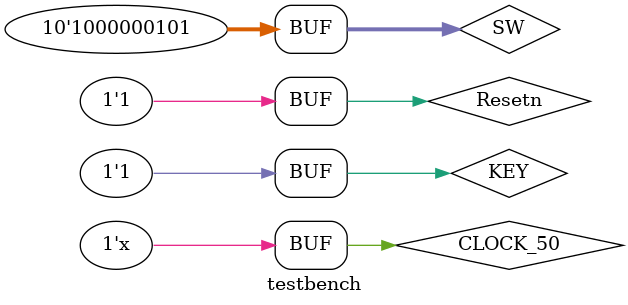
<source format=v>
`timescale 1ns / 1ps

module testbench ( );

	parameter CLOCK_PERIOD = 20;

	reg [9:0] SW;
	wire [0:0] KEY;
	wire [9:0] LEDR;
	wire [6:0] HEX0, HEX1, HEX2, HEX3, HEX4, HEX5;

	reg CLOCK_50;
	initial begin
		CLOCK_50 <= 1'b0;
	end // initial
	always @ (*)
	begin : Clock_Generator
		#((CLOCK_PERIOD) / 2) CLOCK_50 <= ~CLOCK_50;
	end
	
	reg Resetn;
	initial begin
		Resetn <= 1'b0;
		#20 Resetn <= 1'b1;
	end // initial

	initial begin
		SW <= 10'h0;
		#20 SW	<= 10'b1000000000;
		#3000 SW	<= 10'b1000000001;
		#1100 SW	<= 10'b1000000101;
	end // initial

	assign KEY[0] = Resetn;
	part4 U1 (KEY, SW, CLOCK_50, HEX5, HEX4, HEX3, HEX2, HEX1, HEX0, LEDR);

endmodule

</source>
